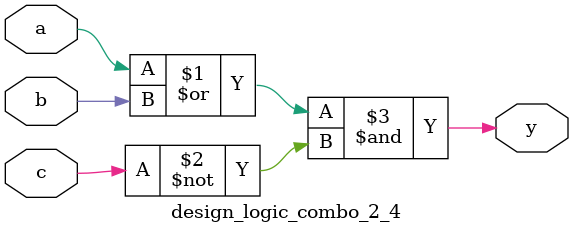
<source format=sv>
module design_logic_combo_2_4(input logic a,b,c, output logic y);
  assign y = (a | b) & (~c);
endmodule

</source>
